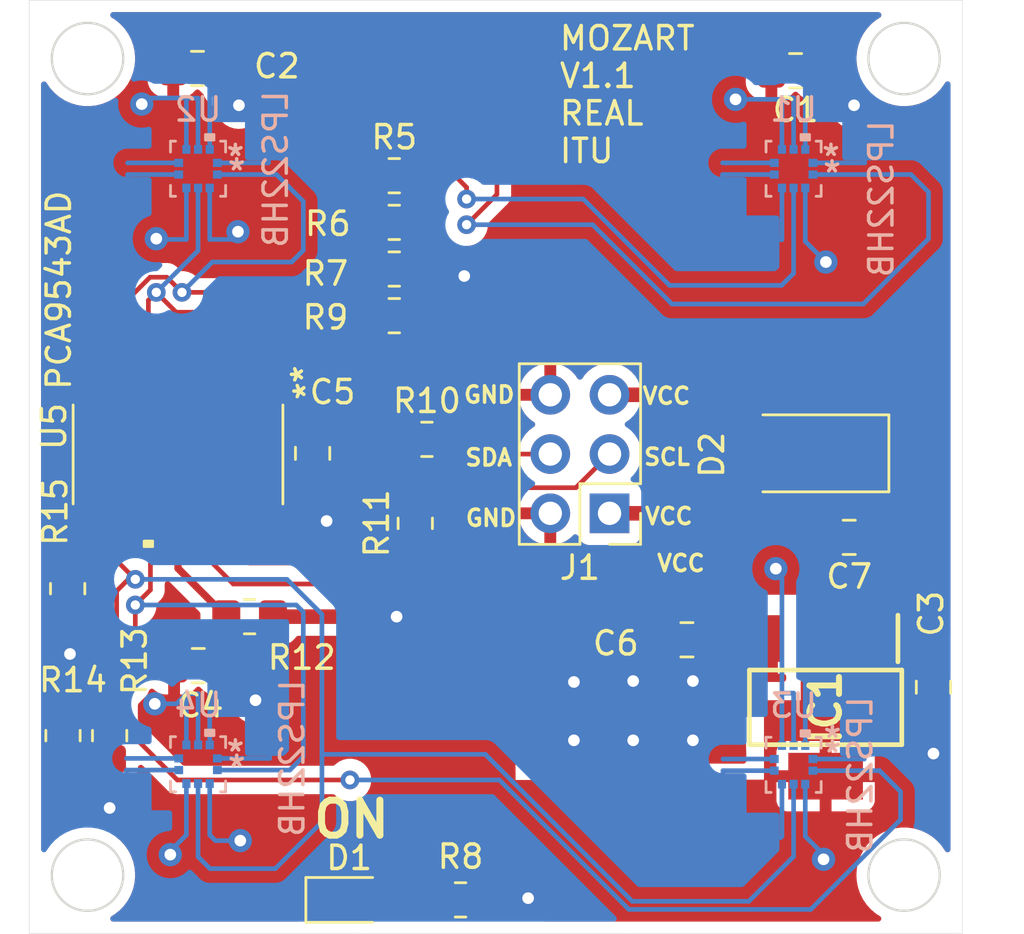
<source format=kicad_pcb>
(kicad_pcb (version 20211014) (generator pcbnew)
  (title_block (title "Mozart Pressure Sensors") (rev "1.1") (comment 1 "Rodrigo Moreno Garcia") (comment 2 "REAL") (comment 3 "ITU") (comment 4 "MOZART Project"))
  (layers (0 "F.Cu" signal) (31 "B.Cu" signal) (34 "B.Paste" user) (35 "F.Paste" user) (36 "B.SilkS" user "B.Silkscreen") (37 "F.SilkS" user "F.Silkscreen") (38 "B.Mask" user) (39 "F.Mask" user) (44 "Edge.Cuts" user))
  (net 0 "")
  (net 1 "+3V3")
  (net 2 "GND")
  (net 3 "+12V")
  (net 4 "Net-(D1-Pad2)")
  (net 5 "/SCL")
  (net 6 "/SDA")
  (net 7 "/SCL1")
  (net 8 "/SDA1")
  (net 9 "Net-(R7-Pad1)")
  (net 10 "Net-(R12-Pad2)")
  (net 11 "unconnected-(U1-Pad7)")
  (net 12 "unconnected-(U2-Pad7)")
  (net 13 "unconnected-(U3-Pad7)")
  (net 14 "unconnected-(U4-Pad7)")
  (net 15 "Net-(R9-Pad1)")
  (net 16 "Net-(R15-Pad2)")
  (net 17 "/SCL0")
  (net 18 "/SDA0")
  (net 19 "/VCC")
  (footprint "Resistor_SMD:R_0805_2012Metric_Pad1.20x1.40mm_HandSolder" (layer "F.Cu") (at 127.3 89.3 90)
    (fp_text reference "R13" (at 3.194 1.0716 270) (layer "F.SilkS"))
    (fp_text value "10k")
    (pad "1" smd roundrect (at -1 0 90) (size 1.2 1.4) (layers "F.Cu" "F.Paste" "F.Mask") (roundrect_rratio 0.2083333333) (net 1 "+3V3"))
    (pad "2" smd roundrect (at 1 0 90) (size 1.2 1.4) (layers "F.Cu" "F.Paste" "F.Mask") (roundrect_rratio 0.2083333333) (net 7 "/SCL1"))
  )
  (footprint "Resistor_SMD:R_0805_2012Metric_Pad1.20x1.40mm_HandSolder" (layer "F.Cu") (at 133.3 84.2 180)
    (fp_text reference "R12" (at -2.2344 -1.7536) (layer "F.SilkS"))
    (fp_text value "10k")
    (pad "1" smd roundrect (at -1 0 180) (size 1.2 1.4) (layers "F.Cu" "F.Paste" "F.Mask") (roundrect_rratio 0.2083333333) (net 1 "+3V3"))
    (pad "2" smd roundrect (at 1 0 180) (size 1.2 1.4) (layers "F.Cu" "F.Paste" "F.Mask") (roundrect_rratio 0.2083333333) (net 10 "Net-(R12-Pad2)"))
  )
  (footprint "Capacitor_SMD:C_0805_2012Metric_Pad1.18x1.45mm_HandSolder" (layer "F.Cu") (at 159 80.8 180)
    (fp_text reference "C7" (at 0 -1.68) (layer "F.SilkS"))
    (fp_text value "1u")
    (pad "1" smd roundrect (at -1.0375 0 180) (size 1.175 1.45) (layers "F.Cu" "F.Paste" "F.Mask") (roundrect_rratio 0.2127659574) (net 19 "/VCC"))
    (pad "2" smd roundrect (at 1.0375 0 180) (size 1.175 1.45) (layers "F.Cu" "F.Paste" "F.Mask") (roundrect_rratio 0.2127659574) (net 2 "GND"))
  )
  (footprint "Resistor_SMD:R_0805_2012Metric_Pad1.20x1.40mm_HandSolder" (layer "F.Cu") (at 139.5 67.3 180)
    (fp_text reference "R6" (at 2.848 -0.0608) (layer "F.SilkS"))
    (fp_text value "10k")
    (pad "1" smd roundrect (at -1 0 180) (size 1.2 1.4) (layers "F.Cu" "F.Paste" "F.Mask") (roundrect_rratio 0.2083333333) (net 1 "+3V3"))
    (pad "2" smd roundrect (at 1 0 180) (size 1.2 1.4) (layers "F.Cu" "F.Paste" "F.Mask") (roundrect_rratio 0.2083333333) (net 18 "/SDA0"))
  )
  (footprint "Resistor_SMD:R_0805_2012Metric_Pad1.20x1.40mm_HandSolder" (layer "F.Cu") (at 142.34 96.34)
    (fp_text reference "R8" (at 0.0016 -1.852) (layer "F.SilkS"))
    (fp_text value "10k")
    (pad "1" smd roundrect (at -1 0) (size 1.2 1.4) (layers "F.Cu" "F.Paste" "F.Mask") (roundrect_rratio 0.2083333333) (net 4 "Net-(D1-Pad2)"))
    (pad "2" smd roundrect (at 1 0) (size 1.2 1.4) (layers "F.Cu" "F.Paste" "F.Mask") (roundrect_rratio 0.2083333333) (net 1 "+3V3"))
  )
  (footprint "Capacitor_SMD:C_0805_2012Metric_Pad1.18x1.45mm_HandSolder" (layer "F.Cu") (at 136 77.2 90)
    (fp_text reference "C5" (at 2.6256 0.8552 180) (layer "F.SilkS"))
    (fp_text value "1u")
    (pad "1" smd roundrect (at -1.0375 0 90) (size 1.175 1.45) (layers "F.Cu" "F.Paste" "F.Mask") (roundrect_rratio 0.2127659574) (net 1 "+3V3"))
    (pad "2" smd roundrect (at 1.0375 0 90) (size 1.175 1.45) (layers "F.Cu" "F.Paste" "F.Mask") (roundrect_rratio 0.2127659574) (net 2 "GND"))
  )
  (footprint "Custom:SOT230P700X180-4N" (layer "F.Cu") (at 157.988 88.0872 -90)
    (fp_text reference "IC1" (at 0 0 90) (layer "F.SilkS") (effects (font (size 1.27 1.27) (thickness 0.254))))
    (fp_text value "BD733L2FP3-CE2" hide)
    (pad "1" smd rect locked (at -2.95 -2.3) (size 0.9 2) (layers "F.Cu" "F.Paste" "F.Mask") (net 19 "/VCC"))
    (pad "2" smd rect locked (at -2.95 0) (size 0.9 2) (layers "F.Cu" "F.Paste" "F.Mask") (net 2 "GND"))
    (pad "3" smd rect locked (at -2.95 2.3) (size 0.9 2) (layers "F.Cu" "F.Paste" "F.Mask") (net 1 "+3V3"))
    (pad "4" smd rect locked (at 2.95 0 270) (size 2 3.2) (layers "F.Cu" "F.Paste" "F.Mask") (net 2 "GND"))
  )
  (footprint "Resistor_SMD:R_0805_2012Metric_Pad1.20x1.40mm_HandSolder" (layer "F.Cu") (at 140.9 76.6)
    (fp_text reference "R10" (at 0 -1.65) (layer "F.SilkS"))
    (fp_text value "10k")
    (pad "1" smd roundrect (at -1 0) (size 1.2 1.4) (layers "F.Cu" "F.Paste" "F.Mask") (roundrect_rratio 0.2083333333) (net 1 "+3V3"))
    (pad "2" smd roundrect (at 1 0) (size 1.2 1.4) (layers "F.Cu" "F.Paste" "F.Mask") (roundrect_rratio 0.2083333333) (net 6 "/SDA"))
  )
  (footprint "Custom:PCA9543AD" (layer "F.Cu") (at 130.230484 77.24775 -90)
    (fp_text reference "U5" (at -1.20015 5.313284 -90) (layer "F.SilkS"))
    (fp_text value "PCA9543AD" (at -7.04215 5.110084 -90) (layer "F.SilkS"))
    (fp_text user "*" (at -3.43535 -5.405516 -90) (layer "F.SilkS"))
    (fp_text user "*" (at -2.7178 -5.511 -90) (layer "F.SilkS"))
    (pad "1" smd rect (at -2.4638 -3.81 270) (size 1.969999 0.558) (layers "F.Cu" "F.Paste" "F.Mask") (net 2 "GND"))
    (pad "2" smd rect (at -2.4638 -2.54 270) (size 1.969999 0.558) (layers "F.Cu" "F.Paste" "F.Mask") (net 2 "GND"))
    (pad "3" smd rect (at -2.4638 -1.27 270) (size 1.969999 0.558) (layers "F.Cu" "F.Paste" "F.Mask") (net 15 "Net-(R9-Pad1)"))
    (pad "4" smd rect (at -2.4638 0 270) (size 1.969999 0.558) (layers "F.Cu" "F.Paste" "F.Mask") (net 9 "Net-(R7-Pad1)"))
    (pad "5" smd rect (at -2.4638 1.27 270) (size 1.969999 0.558) (layers "F.Cu" "F.Paste" "F.Mask") (net 18 "/SDA0"))
    (pad "6" smd rect (at -2.4638 2.54 270) (size 1.969999 0.558) (layers "F.Cu" "F.Paste" "F.Mask") (net 17 "/SCL0"))
    (pad "7" smd rect (at -2.4638 3.81 270) (size 1.969999 0.558) (layers "F.Cu" "F.Paste" "F.Mask") (net 2 "GND"))
    (pad "8" smd rect (at 2.4638 3.81 270) (size 1.969999 0.558) (layers "F.Cu" "F.Paste" "F.Mask") (net 16 "Net-(R15-Pad2)"))
    (pad "9" smd rect (at 2.4638 2.54 270) (size 1.969999 0.558) (layers "F.Cu" "F.Paste" "F.Mask") (net 8 "/SDA1"))
    (pad "10" smd rect (at 2.4638 1.27 270) (size 1.969999 0.558) (layers "F.Cu" "F.Paste" "F.Mask") (net 7 "/SCL1"))
    (pad "11" smd rect (at 2.4638 0 270) (size 1.969999 0.558) (layers "F.Cu" "F.Paste" "F.Mask") (net 10 "Net-(R12-Pad2)"))
    (pad "12" smd rect (at 2.4638 -1.27 270) (size 1.969999 0.558) (layers "F.Cu" "F.Paste" "F.Mask") (net 5 "/SCL"))
    (pad "13" smd rect (at 2.4638 -2.54 270) (size 1.969999 0.558) (layers "F.Cu" "F.Paste" "F.Mask") (net 6 "/SDA"))
    (pad "14" smd rect (at 2.4638 -3.81 270) (size 1.969999 0.558) (layers "F.Cu" "F.Paste" "F.Mask") (net 1 "+3V3"))
  )
  (footprint "Resistor_SMD:R_0805_2012Metric_Pad1.20x1.40mm_HandSolder" (layer "F.Cu") (at 125.3 89.3 90)
    (fp_text reference "R14" (at 2.3812 0.43 180) (layer "F.SilkS"))
    (fp_text value "10k")
    (pad "1" smd roundrect (at -1 0 90) (size 1.2 1.4) (layers "F.Cu" "F.Paste" "F.Mask") (roundrect_rratio 0.2083333333) (net 1 "+3V3"))
    (pad "2" smd roundrect (at 1 0 90) (size 1.2 1.4) (layers "F.Cu" "F.Paste" "F.Mask") (roundrect_rratio 0.2083333333) (net 8 "/SDA1"))
  )
  (footprint "Connector_PinHeader_2.54mm:PinHeader_2x03_P2.54mm_Vertical" (layer "F.Cu") (at 148.727 79.7705 180)
    (fp_text reference "J1" (at 1.27 -2.33) (layer "F.SilkS"))
    (fp_text value "Conn_02x03_Odd_Even")
    (pad "1" thru_hole rect (at 0 0 180) (size 1.7 1.7) (drill 1) (layers *.Cu *.Mask) (net 3 "+12V"))
    (pad "2" thru_hole oval (at 2.54 0 180) (size 1.7 1.7) (drill 1) (layers *.Cu *.Mask) (net 2 "GND"))
    (pad "3" thru_hole oval (at 0 2.54 180) (size 1.7 1.7) (drill 1) (layers *.Cu *.Mask) (net 5 "/SCL"))
    (pad "4" thru_hole oval (at 2.54 2.54 180) (size 1.7 1.7) (drill 1) (layers *.Cu *.Mask) (net 6 "/SDA"))
    (pad "5" thru_hole oval (at 0 5.08 180) (size 1.7 1.7) (drill 1) (layers *.Cu *.Mask) (net 3 "+12V"))
    (pad "6" thru_hole oval (at 2.54 5.08 180) (size 1.7 1.7) (drill 1) (layers *.Cu *.Mask) (net 2 "GND"))
  )
  (footprint "Capacitor_SMD:C_0805_2012Metric_Pad1.18x1.45mm_HandSolder" (layer "F.Cu") (at 156.7 60.8 180)
    (fp_text reference "C1" (at 0 -1.68) (layer "F.SilkS"))
    (fp_text value "100n")
    (pad "1" smd roundrect (at -1.0375 0 180) (size 1.175 1.45) (layers "F.Cu" "F.Paste" "F.Mask") (roundrect_rratio 0.2127659574) (net 1 "+3V3"))
    (pad "2" smd roundrect (at 1.0375 0 180) (size 1.175 1.45) (layers "F.Cu" "F.Paste" "F.Mask") (roundrect_rratio 0.2127659574) (net 2 "GND"))
  )
  (footprint "Resistor_SMD:R_0805_2012Metric_Pad1.20x1.40mm_HandSolder" (layer "F.Cu") (at 139.5 65.3 180)
    (fp_text reference "R5" (at 0 1.6476) (layer "F.SilkS"))
    (fp_text value "10k")
    (pad "1" smd roundrect (at -1 0 180) (size 1.2 1.4) (layers "F.Cu" "F.Paste" "F.Mask") (roundrect_rratio 0.2083333333) (net 1 "+3V3"))
    (pad "2" smd roundrect (at 1 0 180) (size 1.2 1.4) (layers "F.Cu" "F.Paste" "F.Mask") (roundrect_rratio 0.2083333333) (net 17 "/SCL0"))
  )
  (footprint "Resistor_SMD:R_0805_2012Metric_Pad1.20x1.40mm_HandSolder" (layer "F.Cu") (at 140.4 80.2 90)
    (fp_text reference "R11" (at 0 -1.65 90) (layer "F.SilkS"))
    (fp_text value "10k")
    (pad "1" smd roundrect (at -1 0 90) (size 1.2 1.4) (layers "F.Cu" "F.Paste" "F.Mask") (roundrect_rratio 0.2083333333) (net 1 "+3V3"))
    (pad "2" smd roundrect (at 1 0 90) (size 1.2 1.4) (layers "F.Cu" "F.Paste" "F.Mask") (roundrect_rratio 0.2083333333) (net 5 "/SCL"))
  )
  (footprint "Capacitor_SMD:C_0805_2012Metric_Pad1.18x1.45mm_HandSolder" (layer "F.Cu") (at 162.6108 87.2236 90)
    (fp_text reference "C3" (at 3.1496 -0.1016 90) (layer "F.SilkS"))
    (fp_text value "100n")
    (pad "1" smd roundrect (at -1.0375 0 90) (size 1.175 1.45) (layers "F.Cu" "F.Paste" "F.Mask") (roundrect_rratio 0.2127659574) (net 1 "+3V3"))
    (pad "2" smd roundrect (at 1.0375 0 90) (size 1.175 1.45) (layers "F.Cu" "F.Paste" "F.Mask") (roundrect_rratio 0.2127659574) (net 2 "GND"))
  )
  (footprint "Resistor_SMD:R_0805_2012Metric_Pad1.20x1.40mm_HandSolder" (layer "F.Cu") (at 139.5 71.3)
    (fp_text reference "R9" (at -2.9496 0.074) (layer "F.SilkS"))
    (fp_text value "10k")
    (pad "1" smd roundrect (at -1 0) (size 1.2 1.4) (layers "F.Cu" "F.Paste" "F.Mask") (roundrect_rratio 0.2083333333) (net 15 "Net-(R9-Pad1)"))
    (pad "2" smd roundrect (at 1 0) (size 1.2 1.4) (layers "F.Cu" "F.Paste" "F.Mask") (roundrect_rratio 0.2083333333) (net 1 "+3V3"))
  )
  (footprint "Resistor_SMD:R_0805_2012Metric_Pad1.20x1.40mm_HandSolder" (layer "F.Cu") (at 125.5 83 90)
    (fp_text reference "R15" (at 3.2948 -0.532 90) (layer "F.SilkS"))
    (fp_text value "10k")
    (pad "1" smd roundrect (at -1 0 90) (size 1.2 1.4) (layers "F.Cu" "F.Paste" "F.Mask") (roundrect_rratio 0.2083333333) (net 1 "+3V3"))
    (pad "2" smd roundrect (at 1 0 90) (size 1.2 1.4) (layers "F.Cu" "F.Paste" "F.Mask") (roundrect_rratio 0.2083333333) (net 16 "Net-(R15-Pad2)"))
  )
  (footprint "Capacitor_SMD:C_0805_2012Metric_Pad1.18x1.45mm_HandSolder" (layer "F.Cu") (at 131.064 60.7032 180)
    (fp_text reference "C2" (at -3.4036 0.0988) (layer "F.SilkS"))
    (fp_text value "100n")
    (pad "1" smd roundrect (at -1.0375 0 180) (size 1.175 1.45) (layers "F.Cu" "F.Paste" "F.Mask") (roundrect_rratio 0.2127659574) (net 1 "+3V3"))
    (pad "2" smd roundrect (at 1.0375 0 180) (size 1.175 1.45) (layers "F.Cu" "F.Paste" "F.Mask") (roundrect_rratio 0.2127659574) (net 2 "GND"))
  )
  (footprint "LED_SMD:LED_0805_2012Metric_Pad1.15x1.40mm_HandSolder" (layer "F.Cu") (at 137.57 96.34)
    (fp_text reference "D1" (at -0.0036 -1.8012) (layer "F.SilkS"))
    (fp_text value "LED")
    (pad "1" smd roundrect (at -1.025 0) (size 1.15 1.4) (layers "F.Cu" "F.Paste" "F.Mask") (roundrect_rratio 0.2173913043) (net 2 "GND"))
    (pad "2" smd roundrect (at 1.025 0) (size 1.15 1.4) (layers "F.Cu" "F.Paste" "F.Mask") (roundrect_rratio 0.2173913043) (net 4 "Net-(D1-Pad2)"))
  )
  (footprint "Diode_SMD:D_SMA" (layer "F.Cu") (at 157.3 77.2 180)
    (fp_text reference "D2" (at 4.1838 -0.0628 90) (layer "F.SilkS"))
    (fp_text value "D_Schottky")
    (pad "1" smd rect (at -2 0 180) (size 2.5 1.8) (layers "F.Cu" "F.Paste" "F.Mask") (net 19 "/VCC"))
    (pad "2" smd rect (at 2 0 180) (size 2.5 1.8) (layers "F.Cu" "F.Paste" "F.Mask") (net 3 "+12V"))
  )
  (footprint "Capacitor_SMD:C_0805_2012Metric_Pad1.18x1.45mm_HandSolder" (layer "F.Cu") (at 131.1 86.3 180)
    (fp_text reference "C4" (at -0.1 -1.7) (layer "F.SilkS"))
    (fp_text value "100n")
    (pad "1" smd roundrect (at -1.0375 0 180) (size 1.175 1.45) (layers "F.Cu" "F.Paste" "F.Mask") (roundrect_rratio 0.2127659574) (net 1 "+3V3"))
    (pad "2" smd roundrect (at 1.0375 0 180) (size 1.175 1.45) (layers "F.Cu" "F.Paste" "F.Mask") (roundrect_rratio 0.2127659574) (net 2 "GND"))
  )
  (footprint "Resistor_SMD:R_0805_2012Metric_Pad1.20x1.40mm_HandSolder" (layer "F.Cu") (at 139.5 69.3)
    (fp_text reference "R7" (at -2.9496 0.1944) (layer "F.SilkS"))
    (fp_text value "10k")
    (pad "1" smd roundrect (at -1 0) (size 1.2 1.4) (layers "F.Cu" "F.Paste" "F.Mask") (roundrect_rratio 0.2083333333) (net 9 "Net-(R7-Pad1)"))
    (pad "2" smd roundrect (at 1 0) (size 1.2 1.4) (layers "F.Cu" "F.Paste" "F.Mask") (roundrect_rratio 0.2083333333) (net 1 "+3V3"))
  )
  (footprint "Capacitor_SMD:C_0805_2012Metric_Pad1.18x1.45mm_HandSolder" (layer "F.Cu") (at 152.0444 85.1916 180)
    (fp_text reference "C6" (at 3.048 -0.1524) (layer "F.SilkS"))
    (fp_text value "4.7u")
    (pad "1" smd roundrect (at -1.0375 0 180) (size 1.175 1.45) (layers "F.Cu" "F.Paste" "F.Mask") (roundrect_rratio 0.2127659574) (net 1 "+3V3"))
    (pad "2" smd roundrect (at 1.0375 0 180) (size 1.175 1.45) (layers "F.Cu" "F.Paste" "F.Mask") (roundrect_rratio 0.2127659574) (net 2 "GND"))
  )
  (footprint "Custom:LPS22HBTR" (layer "B.Cu") (at 156.6164 90.551 180)
    (fp_text reference "U3" (at 0 2.54) (layer "B.SilkS") (effects (justify mirror)))
    (fp_text value "LPS22HB" (at -2.8572 -0.434 90) (layer "B.SilkS") (effects (justify mirror)))
    (fp_text user "*" (at -1.6634 0.4804) (layer "B.SilkS") (effects (justify mirror)))
    (fp_text user "*" (at -1.6634 1.1154) (layer "B.SilkS") (effects (justify mirror)))
    (pad "1" smd rect (at -0.8277 0.25 90) (size 0.351536 0.376682) (layers "B.Cu" "B.Paste" "B.Mask") (net 1 "+3V3"))
    (pad "2" smd rect (at -0.8277 -0.25 90) (size 0.351536 0.376682) (layers "B.Cu" "B.Paste" "B.Mask") (net 7 "/SCL1"))
    (pad "3" smd rect (at -0.499999 -0.8277 180) (size 0.351536 0.376682) (layers "B.Cu" "B.Paste" "B.Mask") (net 2 "GND"))
    (pad "4" smd rect (at 0 -0.8277 180) (size 0.351536 0.376682) (layers "B.Cu" "B.Paste" "B.Mask") (net 8 "/SDA1"))
    (pad "5" smd rect (at 0.499999 -0.8277 180) (size 0.351536 0.376682) (layers "B.Cu" "B.Paste" "B.Mask") (net 1 "+3V3"))
    (pad "6" smd rect (at 0.8277 -0.25 90) (size 0.351536 0.376682) (layers "B.Cu" "B.Paste" "B.Mask") (net 1 "+3V3"))
    (pad "7" smd rect (at 0.8277 0.25 90) (size 0.351536 0.376682) (layers "B.Cu" "B.Paste" "B.Mask") (net 13 "unconnected-(U3-Pad7)"))
    (pad "8" smd rect (at 0.499999 0.8277 180) (size 0.351536 0.376682) (layers "B.Cu" "B.Paste" "B.Mask") (net 2 "GND"))
    (pad "9" smd rect (at 0 0.8277 180) (size 0.351536 0.376682) (layers "B.Cu" "B.Paste" "B.Mask") (net 2 "GND"))
    (pad "10" smd rect (at -0.499999 0.8277 180) (size 0.351536 0.376682) (layers "B.Cu" "B.Paste" "B.Mask") (net 1 "+3V3"))
  )
  (footprint "Custom:LPS22HBTR" (layer "B.Cu") (at 131.0894 90.5256 180)
    (fp_text reference "U4" (at 0 2.54) (layer "B.SilkS") (effects (justify mirror)))
    (fp_text value "LPS22HB" (at -4.0386 0.254 90) (layer "B.SilkS") (effects (justify mirror)))
    (fp_text user "*" (at -1.6002 0.5) (layer "B.SilkS") (effects (justify mirror)))
    (fp_text user "*" (at -1.657285 -0.1563) (layer "B.SilkS") (effects (justify mirror)))
    (pad "1" smd rect (at -0.8277 0.25 90) (size 0.351536 0.376682) (layers "B.Cu" "B.Paste" "B.Mask") (net 1 "+3V3"))
    (pad "2" smd rect (at -0.8277 -0.25 90) (size 0.351536 0.376682) (layers "B.Cu" "B.Paste" "B.Mask") (net 7 "/SCL1"))
    (pad "3" smd rect (at -0.499999 -0.8277 180) (size 0.351536 0.376682) (layers "B.Cu" "B.Paste" "B.Mask") (net 2 "GND"))
    (pad "4" smd rect (at 0 -0.8277 180) (size 0.351536 0.376682) (layers "B.Cu" "B.Paste" "B.Mask") (net 8 "/SDA1"))
    (pad "5" smd rect (at 0.499999 -0.8277 180) (size 0.351536 0.376682) (layers "B.Cu" "B.Paste" "B.Mask") (net 2 "GND"))
    (pad "6" smd rect (at 0.8277 -0.25 90) (size 0.351536 0.376682) (layers "B.Cu" "B.Paste" "B.Mask") (net 1 "+3V3"))
    (pad "7" smd rect (at 0.8277 0.25 90) (size 0.351536 0.376682) (layers "B.Cu" "B.Paste" "B.Mask") (net 14 "unconnected-(U4-Pad7)"))
    (pad "8" smd rect (at 0.499999 0.8277 180) (size 0.351536 0.376682) (layers "B.Cu" "B.Paste" "B.Mask") (net 2 "GND"))
    (pad "9" smd rect (at 0 0.8277 180) (size 0.351536 0.376682) (layers "B.Cu" "B.Paste" "B.Mask") (net 2 "GND"))
    (pad "10" smd rect (at -0.499999 0.8277 180) (size 0.351536 0.376682) (layers "B.Cu" "B.Paste" "B.Mask") (net 1 "+3V3"))
  )
  (footprint "Custom:LPS22HBTR" (layer "B.Cu") (at 156.6164 65 180)
    (fp_text reference "U1" (at 0 2.54) (layer "B.SilkS") (effects (justify mirror)))
    (fp_text value "LPS22HB" (at -3.7592 -1.294 90) (layer "B.SilkS") (effects (justify mirror)))
    (fp_text user "*" (at -1.6482 -0.2054) (layer "B.SilkS") (effects (justify mirror)))
    (fp_text user "*" (at -1.6002 0.5) (layer "B.SilkS") (effects (justify mirror)))
    (pad "1" smd rect (at -0.8277 0.25 90) (size 0.351536 0.376682) (layers "B.Cu" "B.Paste" "B.Mask") (net 1 "+3V3"))
    (pad "2" smd rect (at -0.8277 -0.25 90) (size 0.351536 0.376682) (layers "B.Cu" "B.Paste" "B.Mask") (net 17 "/SCL0"))
    (pad "3" smd rect (at -0.499999 -0.8277 180) (size 0.351536 0.376682) (layers "B.Cu" "B.Paste" "B.Mask") (net 2 "GND"))
    (pad "4" smd rect (at 0 -0.8277 180) (size 0.351536 0.376682) (layers "B.Cu" "B.Paste" "B.Mask") (net 18 "/SDA0"))
    (pad "5" smd rect (at 0.499999 -0.8277 180) (size 0.351536 0.376682) (layers "B.Cu" "B.Paste" "B.Mask") (net 1 "+3V3"))
    (pad "6" smd rect (at 0.8277 -0.25 90) (size 0.351536 0.376682) (layers "B.Cu" "B.Paste" "B.Mask") (net 1 "+3V3"))
    (pad "7" smd rect (at 0.8277 0.25 90) (size 0.351536 0.376682) (layers "B.Cu" "B.Paste" "B.Mask") (net 11 "unconnected-(U1-Pad7)"))
    (pad "8" smd rect (at 0.499999 0.8277 180) (size 0.351536 0.376682) (layers "B.Cu" "B.Paste" "B.Mask") (net 2 "GND"))
    (pad "9" smd rect (at 0 0.8277 180) (size 0.351536 0.376682) (layers "B.Cu" "B.Paste" "B.Mask") (net 2 "GND"))
    (pad "10" smd rect (at -0.499999 0.8277 180) (size 0.351536 0.376682) (layers "B.Cu" "B.Paste" "B.Mask") (net 1 "+3V3"))
  )
  (footprint "Custom:LPS22HBTR" (layer "B.Cu") (at 131.0894 65 180)
    (fp_text reference "U2" (at 0 2.54) (layer "B.SilkS") (effects (justify mirror)))
    (fp_text value "LPS22HB" (at -3.3274 -0.024 90) (layer "B.SilkS") (effects (justify mirror)))
    (fp_text user "*" (at -1.657285 -0.1157) (layer "B.SilkS") (effects (justify mirror)))
    (fp_text user "*" (at -1.6002 0.5) (layer "B.SilkS") (effects (justify mirror)))
    (pad "1" smd rect (at -0.8277 0.25 90) (size 0.351536 0.376682) (layers "B.Cu" "B.Paste" "B.Mask") (net 1 "+3V3"))
    (pad "2" smd rect (at -0.8277 -0.25 90) (size 0.351536 0.376682) (layers "B.Cu" "B.Paste" "B.Mask") (net 17 "/SCL0"))
    (pad "3" smd rect (at -0.499999 -0.8277 180) (size 0.351536 0.376682) (layers "B.Cu" "B.Paste" "B.Mask") (net 2 "GND"))
    (pad "4" smd rect (at 0 -0.8277 180) (size 0.351536 0.376682) (layers "B.Cu" "B.Paste" "B.Mask") (net 18 "/SDA0"))
    (pad "5" smd rect (at 0.499999 -0.8277 180) (size 0.351536 0.376682) (layers "B.Cu" "B.Paste" "B.Mask") (net 2 "GND"))
    (pad "6" smd rect (at 0.8277 -0.25 90) (size 0.351536 0.376682) (layers "B.Cu" "B.Paste" "B.Mask") (net 1 "+3V3"))
    (pad "7" smd rect (at 0.8277 0.25 90) (size 0.351536 0.376682) (layers "B.Cu" "B.Paste" "B.Mask") (net 12 "unconnected-(U2-Pad7)"))
    (pad "8" smd rect (at 0.499999 0.8277 180) (size 0.351536 0.376682) (layers "B.Cu" "B.Paste" "B.Mask") (net 2 "GND"))
    (pad "9" smd rect (at 0 0.8277 180) (size 0.351536 0.376682) (layers "B.Cu" "B.Paste" "B.Mask") (net 2 "GND"))
    (pad "10" smd rect (at -0.499999 0.8277 180) (size 0.351536 0.376682) (layers "B.Cu" "B.Paste" "B.Mask") (net 1 "+3V3"))
  )
  (gr_line (start 163.851714 97.7785) (end 163.851714 83.54278) (layer "Edge.Cuts") (width 0.02))
  (gr_circle (center 126.351715 60.278501) (end 127.881715 60.278501) (layer "Edge.Cuts") (width 0.1) (fill none))
  (gr_line (start 123.851715 72.014215) (end 123.851715 83.542786) (layer "Edge.Cuts") (width 0.02))
  (gr_line (start 123.851715 83.542786) (end 123.851715 97.7785) (layer "Edge.Cuts") (width 0.02))
  (gr_circle (center 126.351715 95.2785) (end 127.881715 95.2785) (layer "Edge.Cuts") (width 0.1) (fill none))
  (gr_line (start 163.851714 83.54278) (end 163.851714 72.014215) (layer "Edge.Cuts") (width 0.02))
  (gr_circle (center 161.351714 95.2785) (end 162.881714 95.2785) (layer "Edge.Cuts") (width 0.1) (fill none))
  (gr_circle (center 161.351714 60.278501) (end 162.881714 60.278501) (layer "Edge.Cuts") (width 0.1) (fill none))
  (gr_line (start 123.851715 97.7785) (end 138.087426 97.7785) (layer "Edge.Cuts") (width 0.02))
  (gr_line (start 149.616 57.778501) (end 138.087426 57.778501) (layer "Edge.Cuts") (width 0.02))
  (gr_line (start 149.616 97.7785) (end 163.851714 97.7785) (layer "Edge.Cuts") (width 0.02))
  (gr_line (start 138.087426 57.778501) (end 123.851715 57.778501) (layer "Edge.Cuts") (width 0.02))
  (gr_line (start 138.087426 97.7785) (end 149.616 97.7785) (layer "Edge.Cuts") (width 0.02))
  (gr_line (start 163.851714 57.778501) (end 149.616 57.778501) (layer "Edge.Cuts") (width 0.02))
  (gr_line (start 123.851715 57.778501) (end 123.851715 72.014215) (layer "Edge.Cuts") (width 0.02))
  (gr_line (start 163.851714 72.014215) (end 163.851714 57.778501) (layer "Edge.Cuts") (width 0.02))
  (gr_text "MOZART \nV1.1\nREAL\nITU\n" (at 146.5072 61.8236) (layer "F.SilkS") (effects (font (size 1 1)) (justify left)))
  (gr_text "GND" (at 143.5708 74.6905) (layer "F.SilkS") (effects (font (size 0.7 0.7))))
  (gr_text "GND" (at 143.647 79.9737) (layer "F.SilkS") (effects (font (size 0.7 0.7))))
  (gr_text "VCC" (at 151.267 79.8975) (layer "F.SilkS") (effects (font (size 0.7 0.7))))
  (gr_text "VCC" (at 151.1654 74.7413) (layer "F.SilkS") (effects (font (size 0.7 0.7))))
  (gr_text "SCL" (at 151.1908 77.3575) (layer "F.SilkS") (effects (font (size 0.7 0.7))))
  (gr_text "SDA" (at 143.5454 77.3829) (layer "F.SilkS") (effects (font (size 0.7 0.7))))
  (gr_text "ON" (at 137.668 92.8878) (layer "F.SilkS") (effects (font (size 1.5 1.5) (thickness 0.3))))
  (gr_text "VCC" (at 151.787 81.9115) (layer "F.SilkS") (effects (font (size 0.7 0.7))))
  (segment (start 132.1015 61.5403) (end 132.842 62.2808) (width 0.625) (layer "F.Cu") (net 1))
  (segment (start 155.688 85.1372) (end 153.1363 85.1372) (width 0.625) (layer "F.Cu") (net 1))
  (segment (start 140.5 71.3) (end 140.5 69.3) (width 0.625) (layer "F.Cu") (net 1))
  (segment (start 134.040484 79.71155) (end 134.52595 79.71155) (width 0.625) (layer "F.Cu") (net 1))
  (segment (start 136 78.2375) (end 136 79.5) (width 0.625) (layer "F.Cu") (net 1))
  (segment (start 136 78.2375) (end 138.2625 78.2375) (width 0.625) (layer "F.Cu") (net 1))
  (segment (start 140.5 67.3) (end 140.5 65.3) (width 0.625) (layer "F.Cu") (net 1))
  (segment (start 162.6108 88.2611) (end 162.6108 90.0684) (width 0.625) (layer "F.Cu") (net 1))
  (segment (start 125.3 90.3) (end 127.3 90.3) (width 0.625) (layer "F.Cu") (net 1))
  (segment (start 132.1015 60.7032) (end 132.1015 61.5403) (width 0.625) (layer "F.Cu") (net 1))
  (segment (start 134.52595 79.71155) (end 136 78.2375) (width 0.625) (layer "F.Cu") (net 1))
  (segment (start 125.5 85.7) (end 125.6 85.8) (width 0.625) (layer "F.Cu") (net 1))
  (segment (start 138.2625 78.2375) (end 139.9 76.6) (width 0.625) (layer "F.Cu") (net 1))
  (segment (start 157.7375 60.8111) (end 159.2072 62.2808) (width 0.625) (layer "F.Cu") (net 1))
  (segment (start 142.2 69.3) (end 142.5 69.6) (width 0.625) (layer "F.Cu") (net 1))
  (segment (start 157.7375 60.8) (end 157.7375 60.8111) (width 0.625) (layer "F.Cu") (net 1))
  (segment (start 143.34 96.34) (end 145.1632 96.34) (width 0.625) (layer "F.Cu") (net 1))
  (segment (start 137.4 84.2) (end 138.5 83.1) (width 0.625) (layer "F.Cu") (net 1))
  (segment (start 140.5 69.3) (end 140.5 67.3) (width 0.625) (layer "F.Cu") (net 1))
  (segment (start 127.3 90.3) (end 127.3 92.4) (width 0.625) (layer "F.Cu") (net 1))
  (segment (start 138.5 83.1) (end 140.4 81.2) (width 0.625) (layer "F.Cu") (net 1))
  (segment (start 132.1375 86.3) (end 132.1375 86.3667) (width 0.625) (layer "F.Cu") (net 1))
  (segment (start 136 79.5) (end 136.6 80.1) (width 0.625) (layer "F.Cu") (net 1))
  (segment (start 137.4 84.2) (end 134.3 84.2) (width 0.625) (layer "F.Cu") (net 1))
  (segment (start 140.5 69.3) (end 142.2 69.3) (width 0.625) (layer "F.Cu") (net 1))
  (segment (start 125.5 84) (end 125.5 85.7) (width 0.625) (layer "F.Cu") (net 1))
  (segment (start 145.1632 96.34) (end 145.2372 96.266) (width 0.625) (layer "F.Cu") (net 1))
  (segment (start 132.1375 86.3667) (end 133.5532 87.7824) (width 0.625) (layer "F.Cu") (net 1))
  (segment (start 138.5 83.1) (end 139.6 84.2) (width 0.625) (layer "F.Cu") (net 1))
  (via (at 162.6108 90.0684) (size 1) (drill 0.5) (layers "F.Cu" "B.Cu") (net 1))
  (via (at 125.6 85.8) (size 1) (drill 0.5) (layers "F.Cu" "B.Cu") (net 1))
  (via (at 147.2 87) (size 1) (drill 0.5) (layers "F.Cu" "B.Cu") (net 1))
  (via (at 139.6 84.2) (size 1) (drill 0.5) (layers "F.Cu" "B.Cu") (net 1))
  (via (at 136.6 80.1) (size 1) (drill 0.5) (layers "F.Cu" "B.Cu") (net 1))
  (via (at 127.3 92.4) (size 1) (drill 0.5) (layers "F.Cu" "B.Cu") (net 1))
  (via (at 159.2072 62.2808) (size 1) (drill 0.5) (layers "F.Cu" "B.Cu") (net 1))
  (via (at 132.842 62.2808) (size 1) (drill 0.5) (layers "F.Cu" "B.Cu") (net 1))
  (via (at 142.5 69.6) (size 1) (drill 0.5) (layers "F.Cu" "B.Cu") (net 1))
  (via (at 149.74 89.5) (size 1) (drill 0.5) (layers "F.Cu" "B.Cu") (net 1))
  (via (at 149.74 86.96) (size 1) (drill 0.5) (layers "F.Cu" "B.Cu") (net 1))
  (via (at 152.3 89.5) (size 1) (drill 0.5) (layers "F.Cu" "B.Cu") (net 1))
  (via (at 152.3 86.96) (size 1) (drill 0.5) (layers "F.Cu" "B.Cu") (net 1))
  (via (at 147.2 89.5) (size 1) (drill 0.5) (layers "F.Cu" "B.Cu") (net 1))
  (via (at 133.5532 87.7824) (size 1) (drill 0.5) (layers "F.Cu" "B.Cu") (net 1))
  (via (at 145.2372 96.266) (size 1) (drill 0.5) (layers "F.Cu" "B.Cu") (net 1))
  (segment (start 157.4441 90.301) (end 159.643 90.301) (width 0.2) (layer "B.Cu") (net 1))
  (segment (start 157.116399 89.7233) (end 157.116399 86.821101) (width 0.2) (layer "B.Cu") (net 1))
  (segment (start 157.116399 64.1723) (end 157.116399 61.421101) (width 0.2) (layer "B.Cu") (net 1))
  (segment (start 156.116401 91.3787) (end 156.116401 93.616399) (width 0.2) (layer "B.Cu") (net 1))
  (segment (start 131.9171 64.75) (end 134.108 64.75) (width 0.2) (layer "B.Cu") (net 1))
  (segment (start 153.5898 90.801) (end 153.5898 91.1898) (width 0.2) (layer "B.Cu") (net 1))
  (segment (start 155.7887 65.25) (end 153.5724 65.25) (width 0.2) (layer "B.Cu") (net 1))
  (segment (start 131.589399 64.1723) (end 131.589399 61.215301) (width 0.2) (layer "B.Cu") (net 1))
  (segment (start 153.5724 65.25) (end 153.5724 65.5724) (width 0.2) (layer "B.Cu") (net 1))
  (segment (start 155.7887 90.801) (end 153.5898 90.801) (width 0.2) (layer "B.Cu") (net 1))
  (segment (start 134.108 64.75) (end 134.108 64.408) (width 0.2) (layer "B.Cu") (net 1))
  (segment (start 128.0708 65.25) (end 128.0708 65.5708) (width 0.2) (layer "B.Cu") (net 1))
  (segment (start 130.2617 65.25) (end 128.0708 65.25) (width 0.2) (layer "B.Cu") (net 1))
  (segment (start 131.589399 89.6979) (end 131.589399 86.848101) (width 0.2) (layer "B.Cu") (net 1))
  (segment (start 130.2617 90.7756) (end 128.02 90.7756) (width 0.2) (layer "B.Cu") (net 1))
  (segment (start 131.9171 90.2756) (end 134.1588 90.2756) (width 0.2) (layer "B.Cu") (net 1))
  (segment (start 159.6604 64.75) (end 159.6604 64.4396) (width 0.2) (layer "B.Cu") (net 1))
  (segment (start 156.116401 93.616399) (end 156.0576 93.6752) (width 0.2) (layer "B.Cu") (net 1))
  (segment (start 134.1588 90.2756) (end 134.1588 89.8588) (width 0.2) (layer "B.Cu") (net 1))
  (segment (start 159.643 90.301) (end 159.643 89.943) (width 0.2) (layer "B.Cu") (net 1))
  (segment (start 157.4441 64.75) (end 159.6604 64.75) (width 0.2) (layer "B.Cu") (net 1))
  (segment (start 156.116401 68.039999) (end 155.739999 68.039999) (width 0.2) (layer "B.Cu") (net 1))
  (segment (start 156.116401 65.8277) (end 156.116401 68.039999) (width 0.2) (layer "B.Cu") (net 1))
  (segment (start 128.02 90.7756) (end 128.02 91.18) (width 0.2) (layer "B.Cu") (net 1))
  (segment (start 156.0576 93.6752) (end 155.8036 93.6752) (width 0.2) (layer "B.Cu") (net 1))
  (via (at 157.9 94.6) (size 1) (drill 0.5) (layers "F.Cu" "B.Cu") (net 2))
  (via (at 129.3 68) (size 1) (drill 0.5) (layers "F.Cu" "B.Cu") (net 2))
  (via (at 129.9 94.4) (size 1) (drill 0.5) (layers "F.Cu" "B.Cu") (net 2))
  (via (at 132.8 67.7) (size 1) (drill 0.5) (layers "F.Cu" "B.Cu") (net 2))
  (via (at 155.8544 82.1436) (size 1) (drill 0.5) (layers "F.Cu" "B.Cu") (net 2))
  (via (at 132.9 93.8) (size 1) (drill 0.5) (layers "F.Cu" "B.Cu") (net 2))
  (via (at 128.6764 62.23) (size 1) (drill 0.5) (layers "F.Cu" "B.Cu") (net 2))
  (via (at 158 69) (size 1) (drill 0.5) (layers "F.Cu" "B.Cu") (net 2))
  (via (at 129.2352 87.9348) (size 1) (drill 0.5) (layers "F.Cu" "B.Cu") (net 2))
  (via (at 154.1272 62.0268) (size 1) (drill 0.5) (layers "F.Cu" "B.Cu") (net 2))
  (segment (start 130.589401 93.556201) (end 129.9 94.245602) (width 0.2) (layer "B.Cu") (net 2))
  (segment (start 157.116399 65.8277) (end 157.116399 68.039999) (width 0.2) (layer "B.Cu") (net 2))
  (segment (start 131.589399 68.030601) (end 132.469399 68.030601) (width 0.2) (layer "B.Cu") (net 2))
  (segment (start 130.589401 91.3533) (end 130.589401 93.556201) (width 0.2) (layer "B.Cu") (net 2))
  (segment (start 129.330601 68.030601) (end 129.3 68) (width 0.2) (layer "B.Cu") (net 2))
  (segment (start 128.937001 61.969399) (end 128.6764 62.23) (width 0.2) (layer "B.Cu") (net 2))
  (segment (start 131.0894 61.9774) (end 130.597402 61.9774) (width 0.2) (layer "B.Cu") (net 2))
  (segment (start 156.6164 64.1723) (end 156.6164 61.976) (width 0.2) (layer "B.Cu") (net 2))
  (segment (start 156.049602 62.0268) (end 154.1272 62.0268) (width 0.2) (layer "B.Cu") (net 2))
  (segment (start 156.124402 87.4776) (end 156.116401 87.485601) (width 0.2) (layer "B.Cu") (net 2))
  (segment (start 156.600401 61.960001) (end 156.6164 61.976) (width 0.2) (layer "B.Cu") (net 2))
  (segment (start 156.116401 61.960001) (end 156.600401 61.960001) (width 0.2) (layer "B.Cu") (net 2))
  (segment (start 156.116401 87.485601) (end 156.116401 82.405601) (width 0.2) (layer "B.Cu") (net 2))
  (segment (start 157.9 94.4) (end 157.9 94.6) (width 0.2) (layer "B.Cu") (net 2))
  (segment (start 130.597402 61.9774) (end 130.589401 61.969399) (width 0.2) (layer "B.Cu") (net 2))
  (segment (start 130.589401 61.969399) (end 128.937001 61.969399) (width 0.2) (layer "B.Cu") (net 2))
  (segment (start 130.597402 87.503) (end 130.165602 87.9348) (width 0.2) (layer "B.Cu") (net 2))
  (segment (start 130.165602 87.9348) (end 129.2352 87.9348) (width 0.2) (layer "B.Cu") (net 2))
  (segment (start 157.116399 93.616399) (end 157.9 94.4) (width 0.2) (layer "B.Cu") (net 2))
  (segment (start 156.116401 82.405601) (end 155.8544 82.1436) (width 0.2) (layer "B.Cu") (net 2))
  (segment (start 130.589401 68.030601) (end 129.330601 68.030601) (width 0.2) (layer "B.Cu") (net 2))
  (segment (start 157.116399 68.116399) (end 158 69) (width 0.2) (layer "B.Cu") (net 2))
  (segment (start 130.589401 89.6979) (end 130.589401 87.511001) (width 0.2) (layer "B.Cu") (net 2))
  (segment (start 157.116399 91.3787) (end 157.116399 93.616399) (width 0.2) (layer "B.Cu") (net 2))
  (segment (start 156.6164 87.4776) (end 156.124402 87.4776) (width 0.2) (layer "B.Cu") (net 2))
  (segment (start 130.589401 65.8277) (end 130.589401 68.030601) (width 0.2) (layer "B.Cu") (net 2))
  (segment (start 156.6164 89.7233) (end 156.6164 87.4776) (width 0.2) (layer "B.Cu") (net 2))
  (segment (start 130.589401 64.1723) (end 130.589401 61.969399) (width 0.2) (layer "B.Cu") (net 2))
  (segment (start 131.589399 91.3533) (end 131.589399 93.556201) (width 0.2) (layer "B.Cu") (net 2))
  (segment (start 156.116401 89.7233) (end 156.116401 87.485601) (width 0.2) (layer "B.Cu") (net 2))
  (segment (start 129.9 94.245602) (end 129.9 94.4) (width 0.2) (layer "B.Cu") (net 2))
  (segment (start 156.116401 64.1723) (end 156.116401 61.960001) (width 0.2) (layer "B.Cu") (net 2))
  (segment (start 156.116401 61.960001) (end 156.049602 62.0268) (width 0.2) (layer "B.Cu") (net 2))
  (segment (start 131.0894 64.1723) (end 131.0894 61.9774) (width 0.2) (layer "B.Cu") (net 2))
  (segment (start 131.0894 87.503) (end 130.597402 87.503) (width 0.2) (layer "B.Cu") (net 2))
  (segment (start 132.469399 68.030601) (end 132.8 67.7) (width 0.2) (layer "B.Cu") (net 2))
  (segment (start 157.116399 68.039999) (end 157.116399 68.116399) (width 0.2) (layer "B.Cu") (net 2))
  (segment (start 131.833198 93.8) (end 132.9 93.8) (width 0.2) (layer "B.Cu") (net 2))
  (segment (start 131.589399 93.556201) (end 131.833198 93.8) (width 0.2) (layer "B.Cu") (net 2))
  (segment (start 131.589399 65.8277) (end 131.589399 68.030601) (width 0.2) (layer "B.Cu") (net 2))
  (segment (start 130.589401 87.511001) (end 130.597402 87.503) (width 0.2) (layer "B.Cu") (net 2))
  (segment (start 131.0894 89.6979) (end 131.0894 87.503) (width 0.2) (layer "B.Cu") (net 2))
  (segment (start 152.7295 79.7705) (end 155.3 77.2) (width 0.625) (layer "F.Cu") (net 3))
  (segment (start 148.727 74.6905) (end 152.7905 74.6905) (width 0.625) (layer "F.Cu") (net 3))
  (segment (start 148.727 79.7705) (end 152.7295 79.7705) (width 0.625) (layer "F.Cu") (net 3))
  (segment (start 152.7905 74.6905) (end 155.3 77.2) (width 0.625) (layer "F.Cu") (net 3))
  (segment (start 141.34 96.34) (end 138.595 96.34) (width 0.3125) (layer "F.Cu") (net 4))
  (segment (start 140.4 79.2) (end 140.928 78.672) (width 0.2) (layer "F.Cu") (net 5))
  (segment (start 137.3 82.8) (end 137.9 82.2) (width 0.2) (layer "F.Cu") (net 5))
  (segment (start 147.2855 78.672) (end 148.727 77.2305) (width 0.2) (layer "F.Cu") (net 5))
  (segment (start 140.928 78.672) (end 147.2855 78.672) (width 0.2) (layer "F.Cu") (net 5))
  (segment (start 132.6 82.8) (end 137.3 82.8) (width 0.2) (layer "F.Cu") (net 5))
  (segment (start 137.9 82.2) (end 137.9 81.7) (width 0.2) (layer "F.Cu") (net 5))
  (segment (start 131.500484 81.700484) (end 132.6 82.8) (width 0.2) (layer "F.Cu") (net 5))
  (segment (start 137.9 81.7) (end 140.4 79.2) (width 0.2) (layer "F.Cu") (net 5))
  (segment (start 131.500484 79.71155) (end 131.500484 81.700484) (width 0.2) (layer "F.Cu") (net 5))
  (segment (start 141.9 77.3) (end 141.9 76.6) (width 0.2) (layer "F.Cu") (net 6))
  (segment (start 141.9 76.6) (end 142.5305 77.2305) (width 0.2) (layer "F.Cu") (net 6))
  (segment (start 139.4 79.1) (end 139.4 78.6) (width 0.2) (layer "F.Cu") (net 6))
  (segment (start 132.770484 81.370484) (end 133.3 81.9) (width 0.2) (layer "F.Cu") (net 6))
  (segment (start 139.404985 78.6) (end 140.204985 77.8) (width 0.2) (layer "F.Cu") (net 6))
  (segment (start 140.204985 77.8) (end 141.4 77.8) (width 0.2) (layer "F.Cu") (net 6))
  (segment (start 133.3 81.9) (end 136.6 81.9) (width 0.2) (layer "F.Cu") (net 6))
  (segment (start 141.4 77.8) (end 141.9 77.3) (width 0.2) (layer "F.Cu") (net 6))
  (segment (start 142.5305 77.2305) (end 146.187 77.2305) (width 0.2) (layer "F.Cu") (net 6))
  (segment (start 132.770484 79.71155) (end 132.770484 81.370484) (width 0.2) (layer "F.Cu") (net 6))
  (segment (start 136.6 81.9) (end 139.4 79.1) (width 0.2) (layer "F.Cu") (net 6))
  (segment (start 139.4 78.6) (end 139.404985 78.6) (width 0.2) (layer "F.Cu") (net 6))
  (segment (start 127.3 88.3) (end 130.2 91.2) (width 0.2) (layer "F.Cu") (net 7))
  (segment (start 129.0485 81.9485) (end 129.0485 83.0515) (width 0.2) (layer "F.Cu") (net 7))
  (segment (start 130.2 91.2) (end 137.6 91.2) (width 0.2) (layer "F.Cu") (net 7))
  (segment (start 129.0485 83.0515) (end 128.4 83.7) (width 0.2) (layer "F.Cu") (net 7))
  (segment (start 127.3 88.3) (end 128.4 87.2) (width 0.2) (layer "F.Cu") (net 7))
  (segment (start 128.4 87.2) (end 128.4 83.7) (width 0.2) (layer "F.Cu") (net 7))
  (segment (start 128.960484 79.71155) (end 129.0485 79.799566) (width 0.2) (layer "F.Cu") (net 7))
  (segment (start 129.0485 79.799566) (end 129.0485 81.9485) (width 0.2) (layer "F.Cu") (net 7))
  (via (at 137.6 91.2) (size 0.8) (drill 0.4) (layers "F.Cu" "B.Cu") (net 7))
  (via (at 128.4 83.7) (size 0.8) (drill 0.4) (layers "F.Cu" "B.Cu") (net 7))
  (segment (start 157.3515 96.7485) (end 161.2 92.9) (width 0.2) (layer "B.Cu") (net 7))
  (segment (start 135.3 83.7) (end 135.6 84) (width 0.2) (layer "B.Cu") (net 7))
  (segment (start 149.555647 96.7485) (end 157.3515 96.7485) (width 0.2) (layer "B.Cu") (net 7))
  (segment (start 137.6 91.2) (end 144.007146 91.2) (width 0.2) (layer "B.Cu") (net 7))
  (segment (start 135.0244 90.7756) (end 131.9171 90.7756) (width 0.2) (layer "B.Cu") (net 7))
  (segment (start 160.301 90.801) (end 157.4441 90.801) (width 0.2) (layer "B.Cu") (net 7))
  (segment (start 135.6 84) (end 135.6 90.2) (width 0.2) (layer "B.Cu") (net 7))
  (segment (start 144.007146 91.2) (end 149.555647 96.7485) (width 0.2) (layer "B.Cu") (net 7))
  (segment (start 128.4 83.7) (end 135.3 83.7) (width 0.2) (layer "B.Cu") (net 7))
  (segment (start 135.6 90.2) (end 135.0244 90.7756) (width 0.2) (layer "B.Cu") (net 7))
  (segment (start 161.2 91.7) (end 160.301 90.801) (width 0.2) (layer "B.Cu") (net 7))
  (segment (start 161.2 92.9) (end 161.2 91.7) (width 0.2) (layer "B.Cu") (net 7))
  (segment (start 127.6 86) (end 127.6 83.1) (width 0.2) (layer "F.Cu") (net 8))
  (segment (start 125.3 88.3) (end 127.6 86) (width 0.2) (layer "F.Cu") (net 8))
  (segment (start 127.6 83.1) (end 128.1 82.6) (width 0.2) (layer "F.Cu") (net 8))
  (segment (start 127.690484 79.71155) (end 127.690484 81.890484) (width 0.2) (layer "F.Cu") (net 8))
  (segment (start 127.690484 81.890484) (end 128.4 82.6) (width 0.2) (layer "F.Cu") (net 8))
  (segment (start 128.1 82.6) (end 128.4 82.6) (width 0.2) (layer "F.Cu") (net 8))
  (via (at 128.4 82.6) (size 0.8) (drill 0.4) (layers "F.Cu" "B.Cu") (net 8))
  (segment (start 136.4 93) (end 134.4 95) (width 0.2) (layer "B.Cu") (net 8))
  (segment (start 131.6 95) (end 131.0894 94.4894) (width 0.2) (layer "B.Cu") (net 8))
  (segment (start 156.6164 94.4836) (end 156.6164 91.3787) (width 0.2) (layer "B.Cu") (net 8))
  (segment (start 134.4 95) (end 131.6 95) (width 0.2) (layer "B.Cu") (net 8))
  (segment (start 128.4 82.6) (end 134.9 82.6) (width 0.2) (layer "B.Cu") (net 8))
  (segment (start 131.0894 94.4894) (end 131.0894 91.3533) (width 0.2) (layer "B.Cu") (net 8))
  (segment (start 134.9 82.6) (end 136.4 84.1) (width 0.2) (layer "B.Cu") (net 8))
  (segment (start 136.4 90.1) (end 136.4 93) (width 0.2) (layer "B.Cu") (net 8))
  (segment (start 143.4 90.1) (end 149.7 96.4) (width 0.2) (layer "B.Cu") (net 8))
  (segment (start 136.4 84.1) (end 136.4 90.1) (width 0.2) (layer "B.Cu") (net 8))
  (segment (start 154.7 96.4) (end 156.6164 94.4836) (width 0.2) (layer "B.Cu") (net 8))
  (segment (start 136.4 90.1) (end 143.4 90.1) (width 0.2) (layer "B.Cu") (net 8))
  (segment (start 149.7 96.4) (end 154.7 96.4) (width 0.2) (layer "B.Cu") (net 8))
  (segment (start 137.2 71.5) (end 137.6 71.1) (width 0.2) (layer "F.Cu") (net 9))
  (segment (start 132.5 71.5) (end 137.2 71.5) (width 0.2) (layer "F.Cu") (net 9))
  (segment (start 137.6 70.2) (end 138.5 69.3) (width 0.2) (layer "F.Cu") (net 9))
  (segment (start 137.6 71.1) (end 137.6 70.2) (width 0.2) (layer "F.Cu") (net 9))
  (segment (start 130.230484 74.78395) (end 130.230484 73.769516) (width 0.2) (layer "F.Cu") (net 9))
  (segment (start 130.230484 73.769516) (end 132.5 71.5) (width 0.2) (layer "F.Cu") (net 9))
  (segment (start 130.230484 82.130484) (end 130.230484 79.71155) (width 0.3125) (layer "F.Cu") (net 10))
  (segment (start 132.3 84.2) (end 130.230484 82.130484) (width 0.3125) (layer "F.Cu") (net 10))
  (segment (start 155.7887 64.75) (end 153.5724 64.75) (width 0.2) (layer "B.Cu") (net 11))
  (segment (start 130.2617 64.75) (end 128.0708 64.75) (width 0.2) (layer "B.Cu") (net 12))
  (segment (start 155.7887 90.301) (end 153.5898 90.301) (width 0.2) (layer "B.Cu") (net 13))
  (segment (start 130.2617 90.2756) (end 128.02 90.2756) (width 0.2) (layer "B.Cu") (net 14))
  (segment (start 131.500484 74.78395) (end 131.500484 73.299516) (width 0.2) (layer "F.Cu") (net 15))
  (segment (start 132.7 72.1) (end 137.7 72.1) (width 0.2) (layer "F.Cu") (net 15))
  (segment (start 131.500484 73.299516) (end 132.7 72.1) (width 0.2) (layer "F.Cu") (net 15))
  (segment (start 137.7 72.1) (end 138.5 71.3) (width 0.2) (layer "F.Cu") (net 15))
  (segment (start 125.5 82) (end 125.5 80.632034) (width 0.3125) (layer "F.Cu") (net 16))
  (segment (start 125.5 80.632034) (end 126.420484 79.71155) (width 0.3125) (layer "F.Cu") (net 16))
  (segment (start 130.4 70.3) (end 135.9 70.3) (width 0.2) (layer "F.Cu") (net 17))
  (segment (start 127.690484 70.992398) (end 129.031382 69.6515) (width 0.2) (layer "F.Cu") (net 17))
  (segment (start 138.003 65.3) (end 138.5 65.3) (width 0.2) (layer "F.Cu") (net 17))
  (segment (start 135.9 70.3) (end 137.2515 68.9485) (width 0.2) (layer "F.Cu") (net 17))
  (segment (start 143.9 64.5) (end 143.9 66.1) (width 0.2) (layer "F.Cu") (net 17))
  (segment (start 127.690484 74.78395) (end 127.690484 70.992398) (width 0.2) (layer "F.Cu") (net 17))
  (segment (start 138.5 65.3) (end 140 63.8) (width 0.2) (layer "F.Cu") (net 17))
  (segment (start 137.2515 68.9485) (end 137.2515 66.0515) (width 0.2) (layer "F.Cu") (net 17))
  (segment (start 137.2515 66.0515) (end 138.003 65.3) (width 0.2) (layer "F.Cu") (net 17))
  (segment (start 143.2 63.8) (end 143.9 64.5) (width 0.2) (layer "F.Cu") (net 17))
  (segment (start 129.031382 69.6515) (end 129.7515 69.6515) (width 0.2) (layer "F.Cu") (net 17))
  (segment (start 140 63.8) (end 143.2 63.8) (width 0.2) (layer "F.Cu") (net 17))
  (segment (start 129.7515 69.6515) (end 130.4 70.3) (width 0.2) (layer "F.Cu") (net 17))
  (segment (start 143.9 66.1) (end 142.6 67.4) (width 0.2) (layer "F.Cu") (net 17))
  (via (at 142.6 67.4) (size 0.8) (drill 0.4) (layers "F.Cu" "B.Cu") (net 17))
  (via (at 130.4 70.3) (size 0.8) (drill 0.4) (layers "F.Cu" "B.Cu") (net 17))
  (segment (start 148 67.4) (end 151.4 70.8) (width 0.2) (layer "B.Cu") (net 17))
  (segment (start 135.1 69) (end 135.6 68.5) (width 0.2) (layer "B.Cu") (net 17))
  (segment (start 161.6468 65.25) (end 157.4441 65.25) (width 0.2) (layer "B.Cu") (net 17))
  (segment (start 131.7 69) (end 135.1 69) (width 0.2) (layer "B.Cu") (net 17))
  (segment (start 130.4 70.3) (end 131.7 69) (width 0.2) (layer "B.Cu") (net 17))
  (segment (start 151.4 70.8) (end 159.6 70.8) (width 0.2) (layer "B.Cu") (net 17))
  (segment (start 162.4 68) (end 162.4 66.0032) (width 0.2) (layer "B.Cu") (net 17))
  (segment (start 135.6 68.5) (end 135.6 66.4) (width 0.2) (layer "B.Cu") (net 17))
  (segment (start 135.6 66.4) (end 134.45 65.25) (width 0.2) (layer "B.Cu") (net 17))
  (segment (start 162.4 66.0032) (end 161.6468 65.25) (width 0.2) (layer "B.Cu") (net 17))
  (segment (start 142.6 67.4) (end 148 67.4) (width 0.2) (layer "B.Cu") (net 17))
  (segment (start 159.6 70.8) (end 162.4 68) (width 0.2) (layer "B.Cu") (net 17))
  (segment (start 134.45 65.25) (end 131.9171 65.25) (width 0.2) (layer "B.Cu") (net 17))
  (segment (start 136.1485 71.1515) (end 137.6 69.7) (width 0.2) (layer "F.Cu") (net 18))
  (segment (start 139.5 64.795015) (end 139.943515 64.3515) (width 0.2) (layer "F.Cu") (net 18))
  (segment (start 129.3 70.3) (end 130.1515 71.1515) (width 0.2) (layer "F.Cu") (net 18))
  (segment (start 138.5 67.3) (end 139.5 66.3) (width 0.2) (layer "F.Cu") (net 18))
  (segment (start 141.1515 64.3515) (end 142.6 65.8) (width 0.2) (layer "F.Cu") (net 18))
  (segment (start 128.960484 70.639516) (end 129.3 70.3) (width 0.2) (layer "F.Cu") (net 18))
  (segment (start 137.8 67.3) (end 138.5 67.3) (width 0.2) (layer "F.Cu") (net 18))
  (segment (start 139.5 66.3) (end 139.5 64.795015) (width 0.2) (layer "F.Cu") (net 18))
  (segment (start 128.960484 74.78395) (end 128.960484 70.639516) (width 0.2) (layer "F.Cu") (net 18))
  (segment (start 137.6 69.7) (end 137.6 67.5) (width 0.2) (layer "F.Cu") (net 18))
  (segment (start 130.1515 71.1515) (end 136.1485 71.1515) (width 0.2) (layer "F.Cu") (net 18))
  (segment (start 139.943515 64.3515) (end 141.1515 64.3515) (width 0.2) (layer "F.Cu") (net 18))
  (segment (start 137.6 67.5) (end 137.8 67.3) (width 0.2) (layer "F.Cu") (net 18))
  (segment (start 142.6 65.8) (end 142.6 66.3) (width 0.2) (layer "F.Cu") (net 18))
  (via (at 142.6 66.3) (size 0.8) (drill 0.4) (layers "F.Cu" "B.Cu") (net 18))
  (via (at 129.3 70.3) (size 0.8) (drill 0.4) (layers "F.Cu" "B.Cu") (net 18))
  (segment (start 142.6 66.3) (end 147.6 66.3) (width 0.2) (layer "B.Cu") (net 18))
  (segment (start 156.1 70) (end 156.6164 69.4836) (width 0.2) (layer "B.Cu") (net 18))
  (segment (start 151.3 70) (end 156.1 70) (width 0.2) (layer "B.Cu") (net 18))
  (segment (start 156.6164 69.4836) (end 156.6164 65.8277) (width 0.2) (layer "B.Cu") (net 18))
  (segment (start 129.3 70.3) (end 131.0894 68.5106) (width 0.2) (layer "B.Cu") (net 18))
  (segment (start 131.0894 68.5106) (end 131.0894 65.8277) (width 0.2) (layer "B.Cu") (net 18))
  (segment (start 147.6 66.3) (end 151.3 70) (width 0.2) (layer "B.Cu") (net 18))
  (segment (start 159.3 77.2) (end 159.3 80.0625) (width 0.625) (layer "F.Cu") (net 19))
  (segment (start 160.0375 84.8867) (end 160.288 85.1372) (width 0.625) (layer "F.Cu") (net 19))
  (segment (start 160.0375 80.8) (end 160.0375 84.8867) (width 0.625) (layer "F.Cu") (net 19))
  (segment (start 159.3 80.0625) (end 160.0375 80.8) (width 0.625) (layer "F.Cu") (net 19))
  (zone (net 2) (net_name "GND") (layer "F.Cu") (connect_pads (clearance 0.508)) (min_thickness 0.254) (fill yes (thermal_gap 0.508) (thermal_bridge_width 0.508))
    (polygon (pts (xy 123.9 97.7) (xy 123.9 57.8) (xy 163.8 57.8) (xy 163.7 91.2) (xy 163.8 97.7)))
    (polygon (pts (xy 155.3464 87.7824) (xy 156.9212 87.7824) (xy 156.9212 83.2612) (xy 151.2 83.2612) (xy 151.1808 85.1408) (xy 144.6784 85.1408) (xy 144.7 91.2) (xy 155.3464 91.186)))
  )
  (zone (net 1) (net_name "+3V3") (layer "F.Cu") (connect_pads (clearance 0.508)) (min_thickness 0.254) (fill yes (thermal_gap 0.508) (thermal_bridge_width 0.508))
    (polygon (pts (xy 156.3 87) (xy 154.5 87) (xy 154.6 90.5) (xy 145.4 90.5) (xy 145.4 85.9) (xy 152 85.9) (xy 152 83.9) (xy 156.3 83.9)))
  )
  (zone (net 1) (net_name "+3V3") (layer "B.Cu") (connect_pads (clearance 0.508)) (min_thickness 0.254) (fill yes (thermal_gap 0.508) (thermal_bridge_width 0.508))
    (polygon (pts (xy 163.8 97.7) (xy 123.9 97.7) (xy 123.9 57.8) (xy 163.8 57.8)))
  )
  (zone (net 0) (net_name "") (layer "B.Cu") (connect_pads (clearance 0)) (min_thickness 0.254)
    (keepout (tracks allowed) (vias allowed) (pads allowed) (copperpour not_allowed) (footprints allowed))
    (fill (thermal_gap 0.508) (thermal_bridge_width 0.508))
    (polygon (pts (xy 158.6 92.6) (xy 154.6 92.6) (xy 154.6 88.5) (xy 158.6 88.5)))
  )
  (zone (net 0) (net_name "") (layer "B.Cu") (connect_pads (clearance 0)) (min_thickness 0.254)
    (keepout (tracks allowed) (vias allowed) (pads allowed) (copperpour not_allowed) (footprints allowed))
    (fill (thermal_gap 0.508) (thermal_bridge_width 0.508))
    (polygon (pts (xy 133.1 67.0032) (xy 129.1 67.0032) (xy 129.1 63.0032) (xy 133.1 63.0032)))
  )
  (zone (net 0) (net_name "") (layer "B.Cu") (connect_pads (clearance 0)) (min_thickness 0.254)
    (keepout (tracks allowed) (vias allowed) (pads allowed) (copperpour not_allowed) (footprints allowed))
    (fill (thermal_gap 0.508) (thermal_bridge_width 0.508))
    (polygon (pts (xy 133.1 92.5) (xy 129.1 92.5) (xy 129.1 88.5) (xy 133.1 88.5)))
  )
  (zone (net 0) (net_name "") (layer "B.Cu") (connect_pads (clearance 0)) (min_thickness 0.254)
    (keepout (tracks allowed) (vias allowed) (pads allowed) (copperpour not_allowed) (footprints allowed))
    (fill (thermal_gap 0.508) (thermal_bridge_width 0.508))
    (polygon (pts (xy 158.7 67.0032) (xy 154.6 67.0032) (xy 154.6 63.0032) (xy 158.7 63.0032)))
  )
)
</source>
